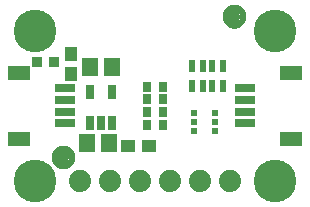
<source format=gbr>
G04 EAGLE Gerber RS-274X export*
G75*
%MOMM*%
%FSLAX34Y34*%
%LPD*%
%INSoldermask Top*%
%IPPOS*%
%AMOC8*
5,1,8,0,0,1.08239X$1,22.5*%
G01*
%ADD10R,1.341600X1.601600*%
%ADD11R,0.651600X1.301600*%
%ADD12R,1.176600X1.101600*%
%ADD13R,0.551600X1.001600*%
%ADD14R,0.601600X0.601600*%
%ADD15R,0.601600X0.501600*%
%ADD16C,1.879600*%
%ADD17C,3.617600*%
%ADD18R,1.651600X0.701600*%
%ADD19R,1.901600X1.301600*%
%ADD20C,1.101600*%
%ADD21C,0.500000*%
%ADD22R,0.901600X0.901600*%
%ADD23R,1.101600X1.176600*%
%ADD24R,0.801600X0.826600*%


D10*
X69240Y57150D03*
X88240Y57150D03*
D11*
X71780Y74629D03*
X81280Y74629D03*
X90780Y74629D03*
X90780Y100631D03*
X71780Y100631D03*
D10*
X71780Y121920D03*
X90780Y121920D03*
D12*
X121530Y54610D03*
X104530Y54610D03*
D13*
X184450Y105800D03*
X184450Y122800D03*
X175450Y105800D03*
X167450Y105800D03*
X158450Y105800D03*
X158450Y122800D03*
X175450Y122800D03*
X167450Y122800D03*
D14*
X177910Y67430D03*
D15*
X177910Y74930D03*
D14*
X177910Y82430D03*
X159910Y82430D03*
D15*
X159910Y74930D03*
D14*
X159910Y67430D03*
D16*
X63500Y25400D03*
X88900Y25400D03*
X114300Y25400D03*
X139700Y25400D03*
X165100Y25400D03*
X190500Y25400D03*
D17*
X25400Y152400D03*
X228600Y152400D03*
D18*
X203460Y83900D03*
X203460Y93900D03*
X203460Y73900D03*
X203460Y103900D03*
D19*
X242460Y60900D03*
X242460Y116900D03*
D18*
X50540Y93900D03*
X50540Y83900D03*
X50540Y103900D03*
X50540Y73900D03*
D19*
X11540Y116900D03*
X11540Y60900D03*
D20*
X49530Y45085D03*
D21*
X49530Y52585D02*
X49349Y52583D01*
X49168Y52576D01*
X48987Y52565D01*
X48806Y52550D01*
X48626Y52530D01*
X48446Y52506D01*
X48267Y52478D01*
X48089Y52445D01*
X47912Y52408D01*
X47735Y52367D01*
X47560Y52322D01*
X47385Y52272D01*
X47212Y52218D01*
X47041Y52160D01*
X46870Y52098D01*
X46702Y52031D01*
X46535Y51961D01*
X46369Y51887D01*
X46206Y51808D01*
X46045Y51726D01*
X45885Y51640D01*
X45728Y51550D01*
X45573Y51456D01*
X45420Y51359D01*
X45270Y51257D01*
X45122Y51153D01*
X44976Y51044D01*
X44834Y50933D01*
X44694Y50817D01*
X44557Y50699D01*
X44422Y50577D01*
X44291Y50452D01*
X44163Y50324D01*
X44038Y50193D01*
X43916Y50058D01*
X43798Y49921D01*
X43682Y49781D01*
X43571Y49639D01*
X43462Y49493D01*
X43358Y49345D01*
X43256Y49195D01*
X43159Y49042D01*
X43065Y48887D01*
X42975Y48730D01*
X42889Y48570D01*
X42807Y48409D01*
X42728Y48246D01*
X42654Y48080D01*
X42584Y47913D01*
X42517Y47745D01*
X42455Y47574D01*
X42397Y47403D01*
X42343Y47230D01*
X42293Y47055D01*
X42248Y46880D01*
X42207Y46703D01*
X42170Y46526D01*
X42137Y46348D01*
X42109Y46169D01*
X42085Y45989D01*
X42065Y45809D01*
X42050Y45628D01*
X42039Y45447D01*
X42032Y45266D01*
X42030Y45085D01*
X49530Y52585D02*
X49711Y52583D01*
X49892Y52576D01*
X50073Y52565D01*
X50254Y52550D01*
X50434Y52530D01*
X50614Y52506D01*
X50793Y52478D01*
X50971Y52445D01*
X51148Y52408D01*
X51325Y52367D01*
X51500Y52322D01*
X51675Y52272D01*
X51848Y52218D01*
X52019Y52160D01*
X52190Y52098D01*
X52358Y52031D01*
X52525Y51961D01*
X52691Y51887D01*
X52854Y51808D01*
X53015Y51726D01*
X53175Y51640D01*
X53332Y51550D01*
X53487Y51456D01*
X53640Y51359D01*
X53790Y51257D01*
X53938Y51153D01*
X54084Y51044D01*
X54226Y50933D01*
X54366Y50817D01*
X54503Y50699D01*
X54638Y50577D01*
X54769Y50452D01*
X54897Y50324D01*
X55022Y50193D01*
X55144Y50058D01*
X55262Y49921D01*
X55378Y49781D01*
X55489Y49639D01*
X55598Y49493D01*
X55702Y49345D01*
X55804Y49195D01*
X55901Y49042D01*
X55995Y48887D01*
X56085Y48730D01*
X56171Y48570D01*
X56253Y48409D01*
X56332Y48246D01*
X56406Y48080D01*
X56476Y47913D01*
X56543Y47745D01*
X56605Y47574D01*
X56663Y47403D01*
X56717Y47230D01*
X56767Y47055D01*
X56812Y46880D01*
X56853Y46703D01*
X56890Y46526D01*
X56923Y46348D01*
X56951Y46169D01*
X56975Y45989D01*
X56995Y45809D01*
X57010Y45628D01*
X57021Y45447D01*
X57028Y45266D01*
X57030Y45085D01*
X57028Y44904D01*
X57021Y44723D01*
X57010Y44542D01*
X56995Y44361D01*
X56975Y44181D01*
X56951Y44001D01*
X56923Y43822D01*
X56890Y43644D01*
X56853Y43467D01*
X56812Y43290D01*
X56767Y43115D01*
X56717Y42940D01*
X56663Y42767D01*
X56605Y42596D01*
X56543Y42425D01*
X56476Y42257D01*
X56406Y42090D01*
X56332Y41924D01*
X56253Y41761D01*
X56171Y41600D01*
X56085Y41440D01*
X55995Y41283D01*
X55901Y41128D01*
X55804Y40975D01*
X55702Y40825D01*
X55598Y40677D01*
X55489Y40531D01*
X55378Y40389D01*
X55262Y40249D01*
X55144Y40112D01*
X55022Y39977D01*
X54897Y39846D01*
X54769Y39718D01*
X54638Y39593D01*
X54503Y39471D01*
X54366Y39353D01*
X54226Y39237D01*
X54084Y39126D01*
X53938Y39017D01*
X53790Y38913D01*
X53640Y38811D01*
X53487Y38714D01*
X53332Y38620D01*
X53175Y38530D01*
X53015Y38444D01*
X52854Y38362D01*
X52691Y38283D01*
X52525Y38209D01*
X52358Y38139D01*
X52190Y38072D01*
X52019Y38010D01*
X51848Y37952D01*
X51675Y37898D01*
X51500Y37848D01*
X51325Y37803D01*
X51148Y37762D01*
X50971Y37725D01*
X50793Y37692D01*
X50614Y37664D01*
X50434Y37640D01*
X50254Y37620D01*
X50073Y37605D01*
X49892Y37594D01*
X49711Y37587D01*
X49530Y37585D01*
X49349Y37587D01*
X49168Y37594D01*
X48987Y37605D01*
X48806Y37620D01*
X48626Y37640D01*
X48446Y37664D01*
X48267Y37692D01*
X48089Y37725D01*
X47912Y37762D01*
X47735Y37803D01*
X47560Y37848D01*
X47385Y37898D01*
X47212Y37952D01*
X47041Y38010D01*
X46870Y38072D01*
X46702Y38139D01*
X46535Y38209D01*
X46369Y38283D01*
X46206Y38362D01*
X46045Y38444D01*
X45885Y38530D01*
X45728Y38620D01*
X45573Y38714D01*
X45420Y38811D01*
X45270Y38913D01*
X45122Y39017D01*
X44976Y39126D01*
X44834Y39237D01*
X44694Y39353D01*
X44557Y39471D01*
X44422Y39593D01*
X44291Y39718D01*
X44163Y39846D01*
X44038Y39977D01*
X43916Y40112D01*
X43798Y40249D01*
X43682Y40389D01*
X43571Y40531D01*
X43462Y40677D01*
X43358Y40825D01*
X43256Y40975D01*
X43159Y41128D01*
X43065Y41283D01*
X42975Y41440D01*
X42889Y41600D01*
X42807Y41761D01*
X42728Y41924D01*
X42654Y42090D01*
X42584Y42257D01*
X42517Y42425D01*
X42455Y42596D01*
X42397Y42767D01*
X42343Y42940D01*
X42293Y43115D01*
X42248Y43290D01*
X42207Y43467D01*
X42170Y43644D01*
X42137Y43822D01*
X42109Y44001D01*
X42085Y44181D01*
X42065Y44361D01*
X42050Y44542D01*
X42039Y44723D01*
X42032Y44904D01*
X42030Y45085D01*
D20*
X194310Y164211D03*
D21*
X194310Y171711D02*
X194129Y171709D01*
X193948Y171702D01*
X193767Y171691D01*
X193586Y171676D01*
X193406Y171656D01*
X193226Y171632D01*
X193047Y171604D01*
X192869Y171571D01*
X192692Y171534D01*
X192515Y171493D01*
X192340Y171448D01*
X192165Y171398D01*
X191992Y171344D01*
X191821Y171286D01*
X191650Y171224D01*
X191482Y171157D01*
X191315Y171087D01*
X191149Y171013D01*
X190986Y170934D01*
X190825Y170852D01*
X190665Y170766D01*
X190508Y170676D01*
X190353Y170582D01*
X190200Y170485D01*
X190050Y170383D01*
X189902Y170279D01*
X189756Y170170D01*
X189614Y170059D01*
X189474Y169943D01*
X189337Y169825D01*
X189202Y169703D01*
X189071Y169578D01*
X188943Y169450D01*
X188818Y169319D01*
X188696Y169184D01*
X188578Y169047D01*
X188462Y168907D01*
X188351Y168765D01*
X188242Y168619D01*
X188138Y168471D01*
X188036Y168321D01*
X187939Y168168D01*
X187845Y168013D01*
X187755Y167856D01*
X187669Y167696D01*
X187587Y167535D01*
X187508Y167372D01*
X187434Y167206D01*
X187364Y167039D01*
X187297Y166871D01*
X187235Y166700D01*
X187177Y166529D01*
X187123Y166356D01*
X187073Y166181D01*
X187028Y166006D01*
X186987Y165829D01*
X186950Y165652D01*
X186917Y165474D01*
X186889Y165295D01*
X186865Y165115D01*
X186845Y164935D01*
X186830Y164754D01*
X186819Y164573D01*
X186812Y164392D01*
X186810Y164211D01*
X194310Y171711D02*
X194491Y171709D01*
X194672Y171702D01*
X194853Y171691D01*
X195034Y171676D01*
X195214Y171656D01*
X195394Y171632D01*
X195573Y171604D01*
X195751Y171571D01*
X195928Y171534D01*
X196105Y171493D01*
X196280Y171448D01*
X196455Y171398D01*
X196628Y171344D01*
X196799Y171286D01*
X196970Y171224D01*
X197138Y171157D01*
X197305Y171087D01*
X197471Y171013D01*
X197634Y170934D01*
X197795Y170852D01*
X197955Y170766D01*
X198112Y170676D01*
X198267Y170582D01*
X198420Y170485D01*
X198570Y170383D01*
X198718Y170279D01*
X198864Y170170D01*
X199006Y170059D01*
X199146Y169943D01*
X199283Y169825D01*
X199418Y169703D01*
X199549Y169578D01*
X199677Y169450D01*
X199802Y169319D01*
X199924Y169184D01*
X200042Y169047D01*
X200158Y168907D01*
X200269Y168765D01*
X200378Y168619D01*
X200482Y168471D01*
X200584Y168321D01*
X200681Y168168D01*
X200775Y168013D01*
X200865Y167856D01*
X200951Y167696D01*
X201033Y167535D01*
X201112Y167372D01*
X201186Y167206D01*
X201256Y167039D01*
X201323Y166871D01*
X201385Y166700D01*
X201443Y166529D01*
X201497Y166356D01*
X201547Y166181D01*
X201592Y166006D01*
X201633Y165829D01*
X201670Y165652D01*
X201703Y165474D01*
X201731Y165295D01*
X201755Y165115D01*
X201775Y164935D01*
X201790Y164754D01*
X201801Y164573D01*
X201808Y164392D01*
X201810Y164211D01*
X201808Y164030D01*
X201801Y163849D01*
X201790Y163668D01*
X201775Y163487D01*
X201755Y163307D01*
X201731Y163127D01*
X201703Y162948D01*
X201670Y162770D01*
X201633Y162593D01*
X201592Y162416D01*
X201547Y162241D01*
X201497Y162066D01*
X201443Y161893D01*
X201385Y161722D01*
X201323Y161551D01*
X201256Y161383D01*
X201186Y161216D01*
X201112Y161050D01*
X201033Y160887D01*
X200951Y160726D01*
X200865Y160566D01*
X200775Y160409D01*
X200681Y160254D01*
X200584Y160101D01*
X200482Y159951D01*
X200378Y159803D01*
X200269Y159657D01*
X200158Y159515D01*
X200042Y159375D01*
X199924Y159238D01*
X199802Y159103D01*
X199677Y158972D01*
X199549Y158844D01*
X199418Y158719D01*
X199283Y158597D01*
X199146Y158479D01*
X199006Y158363D01*
X198864Y158252D01*
X198718Y158143D01*
X198570Y158039D01*
X198420Y157937D01*
X198267Y157840D01*
X198112Y157746D01*
X197955Y157656D01*
X197795Y157570D01*
X197634Y157488D01*
X197471Y157409D01*
X197305Y157335D01*
X197138Y157265D01*
X196970Y157198D01*
X196799Y157136D01*
X196628Y157078D01*
X196455Y157024D01*
X196280Y156974D01*
X196105Y156929D01*
X195928Y156888D01*
X195751Y156851D01*
X195573Y156818D01*
X195394Y156790D01*
X195214Y156766D01*
X195034Y156746D01*
X194853Y156731D01*
X194672Y156720D01*
X194491Y156713D01*
X194310Y156711D01*
X194129Y156713D01*
X193948Y156720D01*
X193767Y156731D01*
X193586Y156746D01*
X193406Y156766D01*
X193226Y156790D01*
X193047Y156818D01*
X192869Y156851D01*
X192692Y156888D01*
X192515Y156929D01*
X192340Y156974D01*
X192165Y157024D01*
X191992Y157078D01*
X191821Y157136D01*
X191650Y157198D01*
X191482Y157265D01*
X191315Y157335D01*
X191149Y157409D01*
X190986Y157488D01*
X190825Y157570D01*
X190665Y157656D01*
X190508Y157746D01*
X190353Y157840D01*
X190200Y157937D01*
X190050Y158039D01*
X189902Y158143D01*
X189756Y158252D01*
X189614Y158363D01*
X189474Y158479D01*
X189337Y158597D01*
X189202Y158719D01*
X189071Y158844D01*
X188943Y158972D01*
X188818Y159103D01*
X188696Y159238D01*
X188578Y159375D01*
X188462Y159515D01*
X188351Y159657D01*
X188242Y159803D01*
X188138Y159951D01*
X188036Y160101D01*
X187939Y160254D01*
X187845Y160409D01*
X187755Y160566D01*
X187669Y160726D01*
X187587Y160887D01*
X187508Y161050D01*
X187434Y161216D01*
X187364Y161383D01*
X187297Y161551D01*
X187235Y161722D01*
X187177Y161893D01*
X187123Y162066D01*
X187073Y162241D01*
X187028Y162416D01*
X186987Y162593D01*
X186950Y162770D01*
X186917Y162948D01*
X186889Y163127D01*
X186865Y163307D01*
X186845Y163487D01*
X186830Y163668D01*
X186819Y163849D01*
X186812Y164030D01*
X186810Y164211D01*
D17*
X25400Y25400D03*
X228600Y25400D03*
D22*
X41790Y125730D03*
X26790Y125730D03*
D23*
X55880Y132960D03*
X55880Y115960D03*
D24*
X120000Y72775D03*
X120000Y105025D03*
X120000Y94275D03*
X120000Y83525D03*
X134000Y72775D03*
X134000Y105025D03*
X134000Y83525D03*
X134000Y94275D03*
M02*

</source>
